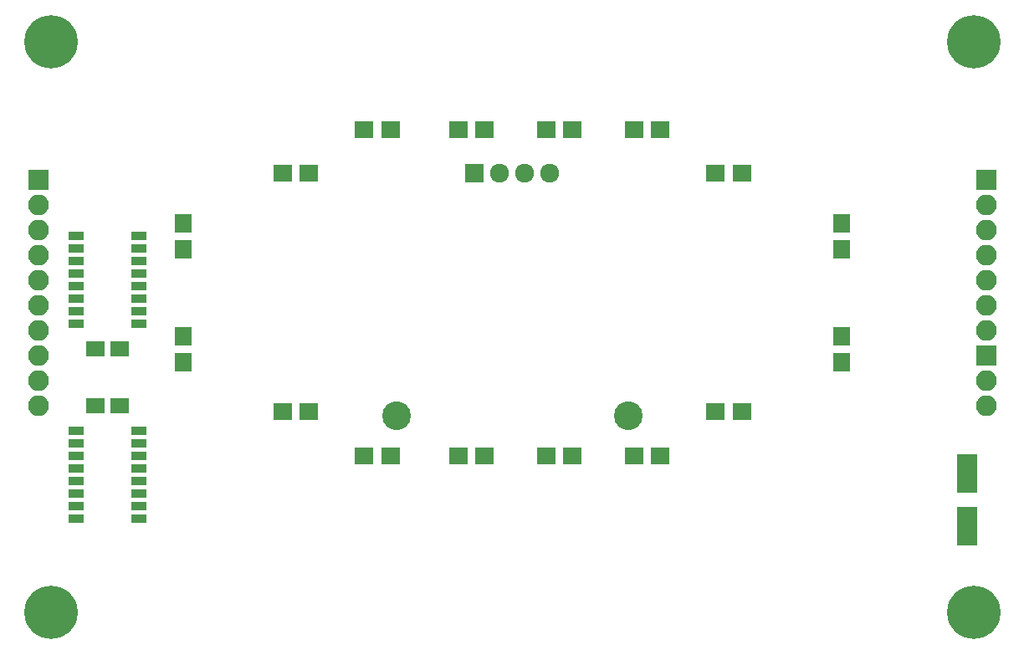
<source format=gbs>
G04 #@! TF.GenerationSoftware,KiCad,Pcbnew,(5.1.5)-3*
G04 #@! TF.CreationDate,2020-03-03T18:46:58+01:00*
G04 #@! TF.ProjectId,8bitWave Faceplate,38626974-5761-4766-9520-46616365706c,rev?*
G04 #@! TF.SameCoordinates,Original*
G04 #@! TF.FileFunction,Soldermask,Bot*
G04 #@! TF.FilePolarity,Negative*
%FSLAX46Y46*%
G04 Gerber Fmt 4.6, Leading zero omitted, Abs format (unit mm)*
G04 Created by KiCad (PCBNEW (5.1.5)-3) date 2020-03-03 18:46:58*
%MOMM*%
%LPD*%
G04 APERTURE LIST*
%ADD10O,2.100000X2.100000*%
%ADD11R,2.100000X2.100000*%
%ADD12R,1.543000X0.908000*%
%ADD13C,2.900000*%
%ADD14R,1.924000X1.924000*%
%ADD15C,1.924000*%
%ADD16C,5.400000*%
%ADD17R,1.900000X1.650000*%
%ADD18R,2.000000X3.900000*%
%ADD19R,1.900000X1.700000*%
%ADD20R,1.700000X1.900000*%
G04 APERTURE END LIST*
D10*
X72390000Y-118110000D03*
X72390000Y-115570000D03*
X72390000Y-113030000D03*
X72390000Y-110490000D03*
X72390000Y-107950000D03*
X72390000Y-105410000D03*
X72390000Y-102870000D03*
X72390000Y-100330000D03*
X72390000Y-97790000D03*
D11*
X72390000Y-95250000D03*
D12*
X76200000Y-120650000D03*
X76200000Y-123190000D03*
X76200000Y-124460000D03*
X76200000Y-125730000D03*
X76200000Y-127000000D03*
X76200000Y-128270000D03*
X76200000Y-129540000D03*
X82550000Y-129540000D03*
X82550000Y-128270000D03*
X82550000Y-127000000D03*
X82550000Y-125730000D03*
X82550000Y-124460000D03*
X82550000Y-123190000D03*
X82550000Y-121920000D03*
X82550000Y-120650000D03*
X76200000Y-121920000D03*
D13*
X132085000Y-119115000D03*
X108585000Y-119115000D03*
D14*
X116525000Y-94615000D03*
D15*
X119065000Y-94615000D03*
X121605000Y-94615000D03*
X124145000Y-94615000D03*
D11*
X168275000Y-95250000D03*
D10*
X168275000Y-97790000D03*
X168275000Y-100330000D03*
X168275000Y-102870000D03*
X168275000Y-105410000D03*
X168275000Y-107950000D03*
X168275000Y-110490000D03*
D16*
X73660000Y-139065000D03*
X167005000Y-139065000D03*
X167005000Y-81280000D03*
X73660000Y-81280000D03*
D11*
X168275000Y-113030000D03*
D10*
X168275000Y-115570000D03*
X168275000Y-118110000D03*
D17*
X78105000Y-118110000D03*
X80605000Y-118110000D03*
X80625000Y-112395000D03*
X78125000Y-112395000D03*
D18*
X166370000Y-124935000D03*
X166370000Y-130335000D03*
D19*
X140890000Y-118745000D03*
X143590000Y-118745000D03*
X132635000Y-123190000D03*
X135335000Y-123190000D03*
X123745000Y-123190000D03*
X126445000Y-123190000D03*
X114855000Y-123190000D03*
X117555000Y-123190000D03*
X105330000Y-123190000D03*
X108030000Y-123190000D03*
X97075000Y-118745000D03*
X99775000Y-118745000D03*
D20*
X86995000Y-111045000D03*
X86995000Y-113745000D03*
X86995000Y-99615000D03*
X86995000Y-102315000D03*
D19*
X99775000Y-94615000D03*
X97075000Y-94615000D03*
X108030000Y-90170000D03*
X105330000Y-90170000D03*
X117555000Y-90170000D03*
X114855000Y-90170000D03*
X123745000Y-90170000D03*
X126445000Y-90170000D03*
X135335000Y-90170000D03*
X132635000Y-90170000D03*
X143590000Y-94615000D03*
X140890000Y-94615000D03*
D20*
X153670000Y-102315000D03*
X153670000Y-99615000D03*
X153670000Y-113745000D03*
X153670000Y-111045000D03*
D12*
X82550000Y-109855000D03*
X82550000Y-107315000D03*
X82550000Y-106045000D03*
X82550000Y-104775000D03*
X82550000Y-103505000D03*
X82550000Y-102235000D03*
X82550000Y-100965000D03*
X76200000Y-100965000D03*
X76200000Y-102235000D03*
X76200000Y-103505000D03*
X76200000Y-104775000D03*
X76200000Y-106045000D03*
X76200000Y-107315000D03*
X76200000Y-108585000D03*
X76200000Y-109855000D03*
X82550000Y-108585000D03*
M02*

</source>
